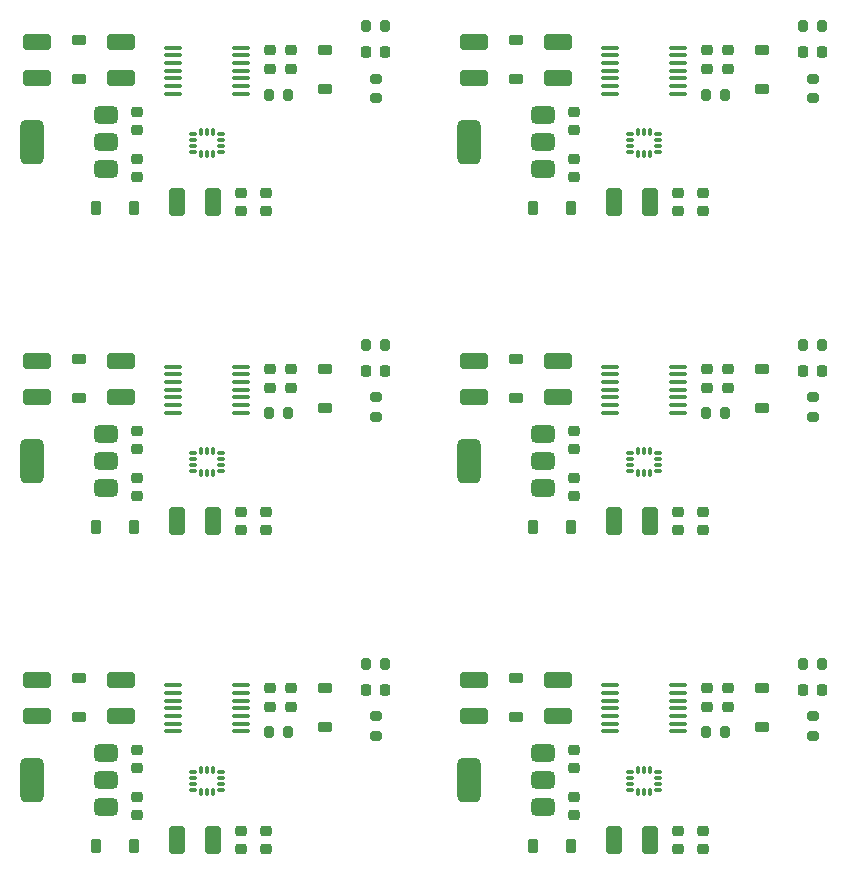
<source format=gbr>
%TF.GenerationSoftware,KiCad,Pcbnew,8.0.3*%
%TF.CreationDate,2025-01-10T12:47:35+08:00*%
%TF.ProjectId,ICM-42688_Panelized,49434d2d-3432-4363-9838-5f50616e656c,rev?*%
%TF.SameCoordinates,Original*%
%TF.FileFunction,Paste,Top*%
%TF.FilePolarity,Positive*%
%FSLAX46Y46*%
G04 Gerber Fmt 4.6, Leading zero omitted, Abs format (unit mm)*
G04 Created by KiCad (PCBNEW 8.0.3) date 2025-01-10 12:47:35*
%MOMM*%
%LPD*%
G01*
G04 APERTURE LIST*
G04 Aperture macros list*
%AMRoundRect*
0 Rectangle with rounded corners*
0 $1 Rounding radius*
0 $2 $3 $4 $5 $6 $7 $8 $9 X,Y pos of 4 corners*
0 Add a 4 corners polygon primitive as box body*
4,1,4,$2,$3,$4,$5,$6,$7,$8,$9,$2,$3,0*
0 Add four circle primitives for the rounded corners*
1,1,$1+$1,$2,$3*
1,1,$1+$1,$4,$5*
1,1,$1+$1,$6,$7*
1,1,$1+$1,$8,$9*
0 Add four rect primitives between the rounded corners*
20,1,$1+$1,$2,$3,$4,$5,0*
20,1,$1+$1,$4,$5,$6,$7,0*
20,1,$1+$1,$6,$7,$8,$9,0*
20,1,$1+$1,$8,$9,$2,$3,0*%
G04 Aperture macros list end*
%ADD10RoundRect,0.225000X-0.225000X-0.375000X0.225000X-0.375000X0.225000X0.375000X-0.225000X0.375000X0*%
%ADD11RoundRect,0.225000X-0.250000X0.225000X-0.250000X-0.225000X0.250000X-0.225000X0.250000X0.225000X0*%
%ADD12RoundRect,0.250000X0.925000X-0.412500X0.925000X0.412500X-0.925000X0.412500X-0.925000X-0.412500X0*%
%ADD13RoundRect,0.225000X0.250000X-0.225000X0.250000X0.225000X-0.250000X0.225000X-0.250000X-0.225000X0*%
%ADD14RoundRect,0.200000X0.200000X0.275000X-0.200000X0.275000X-0.200000X-0.275000X0.200000X-0.275000X0*%
%ADD15RoundRect,0.087500X-0.225000X-0.087500X0.225000X-0.087500X0.225000X0.087500X-0.225000X0.087500X0*%
%ADD16RoundRect,0.087500X-0.087500X-0.225000X0.087500X-0.225000X0.087500X0.225000X-0.087500X0.225000X0*%
%ADD17RoundRect,0.225000X0.375000X-0.225000X0.375000X0.225000X-0.375000X0.225000X-0.375000X-0.225000X0*%
%ADD18RoundRect,0.100000X-0.637500X-0.100000X0.637500X-0.100000X0.637500X0.100000X-0.637500X0.100000X0*%
%ADD19RoundRect,0.218750X0.218750X0.256250X-0.218750X0.256250X-0.218750X-0.256250X0.218750X-0.256250X0*%
%ADD20RoundRect,0.250000X0.412500X0.925000X-0.412500X0.925000X-0.412500X-0.925000X0.412500X-0.925000X0*%
%ADD21RoundRect,0.200000X-0.200000X-0.275000X0.200000X-0.275000X0.200000X0.275000X-0.200000X0.275000X0*%
%ADD22RoundRect,0.375000X0.625000X0.375000X-0.625000X0.375000X-0.625000X-0.375000X0.625000X-0.375000X0*%
%ADD23RoundRect,0.500000X0.500000X1.400000X-0.500000X1.400000X-0.500000X-1.400000X0.500000X-1.400000X0*%
%ADD24RoundRect,0.200000X-0.275000X0.200000X-0.275000X-0.200000X0.275000X-0.200000X0.275000X0.200000X0*%
G04 APERTURE END LIST*
D10*
%TO.C,D2*%
X120537500Y-102480000D03*
X123837500Y-102480000D03*
%TD*%
D11*
%TO.C,C5*%
X132860000Y-47205000D03*
X132860000Y-48755000D03*
%TD*%
D12*
%TO.C,C1*%
X122720000Y-64495000D03*
X122720000Y-61420000D03*
%TD*%
D11*
%TO.C,C6*%
X124060000Y-98330000D03*
X124060000Y-99880000D03*
%TD*%
%TO.C,C9*%
X172300000Y-62155000D03*
X172300000Y-63705000D03*
%TD*%
%TO.C,C2*%
X124060000Y-40360000D03*
X124060000Y-41910000D03*
%TD*%
D13*
%TO.C,C8*%
X137090000Y-90705000D03*
X137090000Y-89155000D03*
%TD*%
D14*
%TO.C,R2*%
X145085000Y-60100000D03*
X143435000Y-60100000D03*
%TD*%
D15*
%TO.C,U2*%
X165830000Y-69240000D03*
X165830000Y-69740000D03*
X165830000Y-70240000D03*
X165830000Y-70740000D03*
D16*
X166492500Y-70902500D03*
X166992500Y-70902500D03*
X167492500Y-70902500D03*
D15*
X168155000Y-70740000D03*
X168155000Y-70240000D03*
X168155000Y-69740000D03*
X168155000Y-69240000D03*
D16*
X167492500Y-69077500D03*
X166992500Y-69077500D03*
X166492500Y-69077500D03*
%TD*%
D13*
%TO.C,C8*%
X174090000Y-63705000D03*
X174090000Y-62155000D03*
%TD*%
D17*
%TO.C,D1*%
X119160000Y-91607500D03*
X119160000Y-88307500D03*
%TD*%
D13*
%TO.C,C8*%
X174090000Y-36705000D03*
X174090000Y-35155000D03*
%TD*%
D18*
%TO.C,U3*%
X164112500Y-88920000D03*
X164112500Y-89570000D03*
X164112500Y-90220000D03*
X164112500Y-90870000D03*
X164112500Y-91520000D03*
X164112500Y-92170000D03*
X164112500Y-92820000D03*
X169837500Y-92820000D03*
X169837500Y-92170000D03*
X169837500Y-91520000D03*
X169837500Y-90870000D03*
X169837500Y-90220000D03*
X169837500Y-89570000D03*
X169837500Y-88920000D03*
%TD*%
D19*
%TO.C,D3*%
X145027500Y-35300000D03*
X143452500Y-35300000D03*
%TD*%
D12*
%TO.C,C4*%
X152560000Y-64495000D03*
X152560000Y-61420000D03*
%TD*%
D20*
%TO.C,C3*%
X167500000Y-47980000D03*
X164425000Y-47980000D03*
%TD*%
D21*
%TO.C,R3*%
X172225000Y-65890000D03*
X173875000Y-65890000D03*
%TD*%
D22*
%TO.C,U1*%
X158460000Y-72210000D03*
X158460000Y-69910000D03*
D23*
X152160000Y-69910000D03*
D22*
X158460000Y-67610000D03*
%TD*%
D17*
%TO.C,D1*%
X119160000Y-37607500D03*
X119160000Y-34307500D03*
%TD*%
D12*
%TO.C,C1*%
X159720000Y-91495000D03*
X159720000Y-88420000D03*
%TD*%
D13*
%TO.C,C8*%
X137090000Y-63705000D03*
X137090000Y-62155000D03*
%TD*%
D11*
%TO.C,C7*%
X171960000Y-47205000D03*
X171960000Y-48755000D03*
%TD*%
D14*
%TO.C,R2*%
X182085000Y-87100000D03*
X180435000Y-87100000D03*
%TD*%
D12*
%TO.C,C1*%
X159720000Y-64495000D03*
X159720000Y-61420000D03*
%TD*%
D20*
%TO.C,C3*%
X130500000Y-47980000D03*
X127425000Y-47980000D03*
%TD*%
D17*
%TO.C,D1*%
X156160000Y-64607500D03*
X156160000Y-61307500D03*
%TD*%
D11*
%TO.C,C6*%
X124060000Y-71330000D03*
X124060000Y-72880000D03*
%TD*%
D12*
%TO.C,C1*%
X122720000Y-91495000D03*
X122720000Y-88420000D03*
%TD*%
D19*
%TO.C,D3*%
X182027500Y-89300000D03*
X180452500Y-89300000D03*
%TD*%
D22*
%TO.C,U1*%
X121460000Y-99210000D03*
X121460000Y-96910000D03*
D23*
X115160000Y-96910000D03*
D22*
X121460000Y-94610000D03*
%TD*%
%TO.C,U1*%
X121460000Y-45210000D03*
X121460000Y-42910000D03*
D23*
X115160000Y-42910000D03*
D22*
X121460000Y-40610000D03*
%TD*%
D11*
%TO.C,C7*%
X134960000Y-47205000D03*
X134960000Y-48755000D03*
%TD*%
D24*
%TO.C,R1*%
X181260000Y-64535000D03*
X181260000Y-66185000D03*
%TD*%
D18*
%TO.C,U3*%
X127112500Y-34920000D03*
X127112500Y-35570000D03*
X127112500Y-36220000D03*
X127112500Y-36870000D03*
X127112500Y-37520000D03*
X127112500Y-38170000D03*
X127112500Y-38820000D03*
X132837500Y-38820000D03*
X132837500Y-38170000D03*
X132837500Y-37520000D03*
X132837500Y-36870000D03*
X132837500Y-36220000D03*
X132837500Y-35570000D03*
X132837500Y-34920000D03*
%TD*%
D21*
%TO.C,R3*%
X135225000Y-92890000D03*
X136875000Y-92890000D03*
%TD*%
D11*
%TO.C,C6*%
X161060000Y-71330000D03*
X161060000Y-72880000D03*
%TD*%
D19*
%TO.C,D3*%
X145027500Y-89300000D03*
X143452500Y-89300000D03*
%TD*%
D10*
%TO.C,D2*%
X157537500Y-102480000D03*
X160837500Y-102480000D03*
%TD*%
D12*
%TO.C,C4*%
X115560000Y-64495000D03*
X115560000Y-61420000D03*
%TD*%
D15*
%TO.C,U2*%
X128830000Y-96240000D03*
X128830000Y-96740000D03*
X128830000Y-97240000D03*
X128830000Y-97740000D03*
D16*
X129492500Y-97902500D03*
X129992500Y-97902500D03*
X130492500Y-97902500D03*
D15*
X131155000Y-97740000D03*
X131155000Y-97240000D03*
X131155000Y-96740000D03*
X131155000Y-96240000D03*
D16*
X130492500Y-96077500D03*
X129992500Y-96077500D03*
X129492500Y-96077500D03*
%TD*%
D21*
%TO.C,R3*%
X172225000Y-92890000D03*
X173875000Y-92890000D03*
%TD*%
D12*
%TO.C,C1*%
X159720000Y-37495000D03*
X159720000Y-34420000D03*
%TD*%
D14*
%TO.C,R2*%
X145085000Y-33100000D03*
X143435000Y-33100000D03*
%TD*%
D18*
%TO.C,U3*%
X127112500Y-88920000D03*
X127112500Y-89570000D03*
X127112500Y-90220000D03*
X127112500Y-90870000D03*
X127112500Y-91520000D03*
X127112500Y-92170000D03*
X127112500Y-92820000D03*
X132837500Y-92820000D03*
X132837500Y-92170000D03*
X132837500Y-91520000D03*
X132837500Y-90870000D03*
X132837500Y-90220000D03*
X132837500Y-89570000D03*
X132837500Y-88920000D03*
%TD*%
D11*
%TO.C,C6*%
X161060000Y-98330000D03*
X161060000Y-99880000D03*
%TD*%
D13*
%TO.C,C8*%
X137090000Y-36705000D03*
X137090000Y-35155000D03*
%TD*%
D11*
%TO.C,C6*%
X124060000Y-44330000D03*
X124060000Y-45880000D03*
%TD*%
%TO.C,C2*%
X124060000Y-67360000D03*
X124060000Y-68910000D03*
%TD*%
%TO.C,C9*%
X135300000Y-35155000D03*
X135300000Y-36705000D03*
%TD*%
D14*
%TO.C,R2*%
X145085000Y-87100000D03*
X143435000Y-87100000D03*
%TD*%
D11*
%TO.C,C7*%
X171960000Y-101205000D03*
X171960000Y-102755000D03*
%TD*%
D13*
%TO.C,C8*%
X174090000Y-90705000D03*
X174090000Y-89155000D03*
%TD*%
D19*
%TO.C,D3*%
X182027500Y-35300000D03*
X180452500Y-35300000D03*
%TD*%
D11*
%TO.C,C5*%
X169860000Y-47205000D03*
X169860000Y-48755000D03*
%TD*%
D24*
%TO.C,R1*%
X144260000Y-37535000D03*
X144260000Y-39185000D03*
%TD*%
D11*
%TO.C,C5*%
X169860000Y-101205000D03*
X169860000Y-102755000D03*
%TD*%
D24*
%TO.C,R1*%
X181260000Y-37535000D03*
X181260000Y-39185000D03*
%TD*%
D10*
%TO.C,D2*%
X120537500Y-48480000D03*
X123837500Y-48480000D03*
%TD*%
D12*
%TO.C,C4*%
X152560000Y-91495000D03*
X152560000Y-88420000D03*
%TD*%
D17*
%TO.C,D1*%
X119160000Y-64607500D03*
X119160000Y-61307500D03*
%TD*%
D11*
%TO.C,C6*%
X161060000Y-44330000D03*
X161060000Y-45880000D03*
%TD*%
D24*
%TO.C,R1*%
X144260000Y-64535000D03*
X144260000Y-66185000D03*
%TD*%
D11*
%TO.C,C7*%
X134960000Y-101205000D03*
X134960000Y-102755000D03*
%TD*%
D12*
%TO.C,C4*%
X115560000Y-37495000D03*
X115560000Y-34420000D03*
%TD*%
D11*
%TO.C,C9*%
X135300000Y-89155000D03*
X135300000Y-90705000D03*
%TD*%
%TO.C,C7*%
X134960000Y-74205000D03*
X134960000Y-75755000D03*
%TD*%
D21*
%TO.C,R3*%
X172225000Y-38890000D03*
X173875000Y-38890000D03*
%TD*%
D15*
%TO.C,U2*%
X165830000Y-42240000D03*
X165830000Y-42740000D03*
X165830000Y-43240000D03*
X165830000Y-43740000D03*
D16*
X166492500Y-43902500D03*
X166992500Y-43902500D03*
X167492500Y-43902500D03*
D15*
X168155000Y-43740000D03*
X168155000Y-43240000D03*
X168155000Y-42740000D03*
X168155000Y-42240000D03*
D16*
X167492500Y-42077500D03*
X166992500Y-42077500D03*
X166492500Y-42077500D03*
%TD*%
D11*
%TO.C,C2*%
X124060000Y-94360000D03*
X124060000Y-95910000D03*
%TD*%
D17*
%TO.C,D4*%
X139970000Y-65450000D03*
X139970000Y-62150000D03*
%TD*%
D15*
%TO.C,U2*%
X165830000Y-96240000D03*
X165830000Y-96740000D03*
X165830000Y-97240000D03*
X165830000Y-97740000D03*
D16*
X166492500Y-97902500D03*
X166992500Y-97902500D03*
X167492500Y-97902500D03*
D15*
X168155000Y-97740000D03*
X168155000Y-97240000D03*
X168155000Y-96740000D03*
X168155000Y-96240000D03*
D16*
X167492500Y-96077500D03*
X166992500Y-96077500D03*
X166492500Y-96077500D03*
%TD*%
D24*
%TO.C,R1*%
X181260000Y-91535000D03*
X181260000Y-93185000D03*
%TD*%
D11*
%TO.C,C5*%
X132860000Y-101205000D03*
X132860000Y-102755000D03*
%TD*%
%TO.C,C2*%
X161060000Y-94360000D03*
X161060000Y-95910000D03*
%TD*%
D10*
%TO.C,D2*%
X120537500Y-75480000D03*
X123837500Y-75480000D03*
%TD*%
D20*
%TO.C,C3*%
X130500000Y-101980000D03*
X127425000Y-101980000D03*
%TD*%
D12*
%TO.C,C4*%
X152560000Y-37495000D03*
X152560000Y-34420000D03*
%TD*%
D22*
%TO.C,U1*%
X158460000Y-99210000D03*
X158460000Y-96910000D03*
D23*
X152160000Y-96910000D03*
D22*
X158460000Y-94610000D03*
%TD*%
D20*
%TO.C,C3*%
X130500000Y-74980000D03*
X127425000Y-74980000D03*
%TD*%
D24*
%TO.C,R1*%
X144260000Y-91535000D03*
X144260000Y-93185000D03*
%TD*%
D11*
%TO.C,C5*%
X132860000Y-74205000D03*
X132860000Y-75755000D03*
%TD*%
D10*
%TO.C,D2*%
X157537500Y-75480000D03*
X160837500Y-75480000D03*
%TD*%
D22*
%TO.C,U1*%
X121460000Y-72210000D03*
X121460000Y-69910000D03*
D23*
X115160000Y-69910000D03*
D22*
X121460000Y-67610000D03*
%TD*%
D12*
%TO.C,C1*%
X122720000Y-37495000D03*
X122720000Y-34420000D03*
%TD*%
D22*
%TO.C,U1*%
X158460000Y-45210000D03*
X158460000Y-42910000D03*
D23*
X152160000Y-42910000D03*
D22*
X158460000Y-40610000D03*
%TD*%
D12*
%TO.C,C4*%
X115560000Y-91495000D03*
X115560000Y-88420000D03*
%TD*%
D17*
%TO.C,D4*%
X176970000Y-92450000D03*
X176970000Y-89150000D03*
%TD*%
%TO.C,D4*%
X139970000Y-92450000D03*
X139970000Y-89150000D03*
%TD*%
%TO.C,D4*%
X176970000Y-65450000D03*
X176970000Y-62150000D03*
%TD*%
D18*
%TO.C,U3*%
X127112500Y-61920000D03*
X127112500Y-62570000D03*
X127112500Y-63220000D03*
X127112500Y-63870000D03*
X127112500Y-64520000D03*
X127112500Y-65170000D03*
X127112500Y-65820000D03*
X132837500Y-65820000D03*
X132837500Y-65170000D03*
X132837500Y-64520000D03*
X132837500Y-63870000D03*
X132837500Y-63220000D03*
X132837500Y-62570000D03*
X132837500Y-61920000D03*
%TD*%
D11*
%TO.C,C9*%
X172300000Y-89155000D03*
X172300000Y-90705000D03*
%TD*%
D20*
%TO.C,C3*%
X167500000Y-74980000D03*
X164425000Y-74980000D03*
%TD*%
D19*
%TO.C,D3*%
X182027500Y-62300000D03*
X180452500Y-62300000D03*
%TD*%
D21*
%TO.C,R3*%
X135225000Y-38890000D03*
X136875000Y-38890000D03*
%TD*%
D11*
%TO.C,C2*%
X161060000Y-67360000D03*
X161060000Y-68910000D03*
%TD*%
D18*
%TO.C,U3*%
X164112500Y-34920000D03*
X164112500Y-35570000D03*
X164112500Y-36220000D03*
X164112500Y-36870000D03*
X164112500Y-37520000D03*
X164112500Y-38170000D03*
X164112500Y-38820000D03*
X169837500Y-38820000D03*
X169837500Y-38170000D03*
X169837500Y-37520000D03*
X169837500Y-36870000D03*
X169837500Y-36220000D03*
X169837500Y-35570000D03*
X169837500Y-34920000D03*
%TD*%
D11*
%TO.C,C2*%
X161060000Y-40360000D03*
X161060000Y-41910000D03*
%TD*%
D10*
%TO.C,D2*%
X157537500Y-48480000D03*
X160837500Y-48480000D03*
%TD*%
D11*
%TO.C,C9*%
X172300000Y-35155000D03*
X172300000Y-36705000D03*
%TD*%
D19*
%TO.C,D3*%
X145027500Y-62300000D03*
X143452500Y-62300000D03*
%TD*%
D11*
%TO.C,C7*%
X171960000Y-74205000D03*
X171960000Y-75755000D03*
%TD*%
%TO.C,C5*%
X169860000Y-74205000D03*
X169860000Y-75755000D03*
%TD*%
D15*
%TO.C,U2*%
X128830000Y-42240000D03*
X128830000Y-42740000D03*
X128830000Y-43240000D03*
X128830000Y-43740000D03*
D16*
X129492500Y-43902500D03*
X129992500Y-43902500D03*
X130492500Y-43902500D03*
D15*
X131155000Y-43740000D03*
X131155000Y-43240000D03*
X131155000Y-42740000D03*
X131155000Y-42240000D03*
D16*
X130492500Y-42077500D03*
X129992500Y-42077500D03*
X129492500Y-42077500D03*
%TD*%
D17*
%TO.C,D1*%
X156160000Y-91607500D03*
X156160000Y-88307500D03*
%TD*%
%TO.C,D4*%
X176970000Y-38450000D03*
X176970000Y-35150000D03*
%TD*%
D15*
%TO.C,U2*%
X128830000Y-69240000D03*
X128830000Y-69740000D03*
X128830000Y-70240000D03*
X128830000Y-70740000D03*
D16*
X129492500Y-70902500D03*
X129992500Y-70902500D03*
X130492500Y-70902500D03*
D15*
X131155000Y-70740000D03*
X131155000Y-70240000D03*
X131155000Y-69740000D03*
X131155000Y-69240000D03*
D16*
X130492500Y-69077500D03*
X129992500Y-69077500D03*
X129492500Y-69077500D03*
%TD*%
D17*
%TO.C,D4*%
X139970000Y-38450000D03*
X139970000Y-35150000D03*
%TD*%
D18*
%TO.C,U3*%
X164112500Y-61920000D03*
X164112500Y-62570000D03*
X164112500Y-63220000D03*
X164112500Y-63870000D03*
X164112500Y-64520000D03*
X164112500Y-65170000D03*
X164112500Y-65820000D03*
X169837500Y-65820000D03*
X169837500Y-65170000D03*
X169837500Y-64520000D03*
X169837500Y-63870000D03*
X169837500Y-63220000D03*
X169837500Y-62570000D03*
X169837500Y-61920000D03*
%TD*%
D21*
%TO.C,R3*%
X135225000Y-65890000D03*
X136875000Y-65890000D03*
%TD*%
D17*
%TO.C,D1*%
X156160000Y-37607500D03*
X156160000Y-34307500D03*
%TD*%
D20*
%TO.C,C3*%
X167500000Y-101980000D03*
X164425000Y-101980000D03*
%TD*%
D14*
%TO.C,R2*%
X182085000Y-33100000D03*
X180435000Y-33100000D03*
%TD*%
D11*
%TO.C,C9*%
X135300000Y-62155000D03*
X135300000Y-63705000D03*
%TD*%
D14*
%TO.C,R2*%
X182085000Y-60100000D03*
X180435000Y-60100000D03*
%TD*%
M02*

</source>
